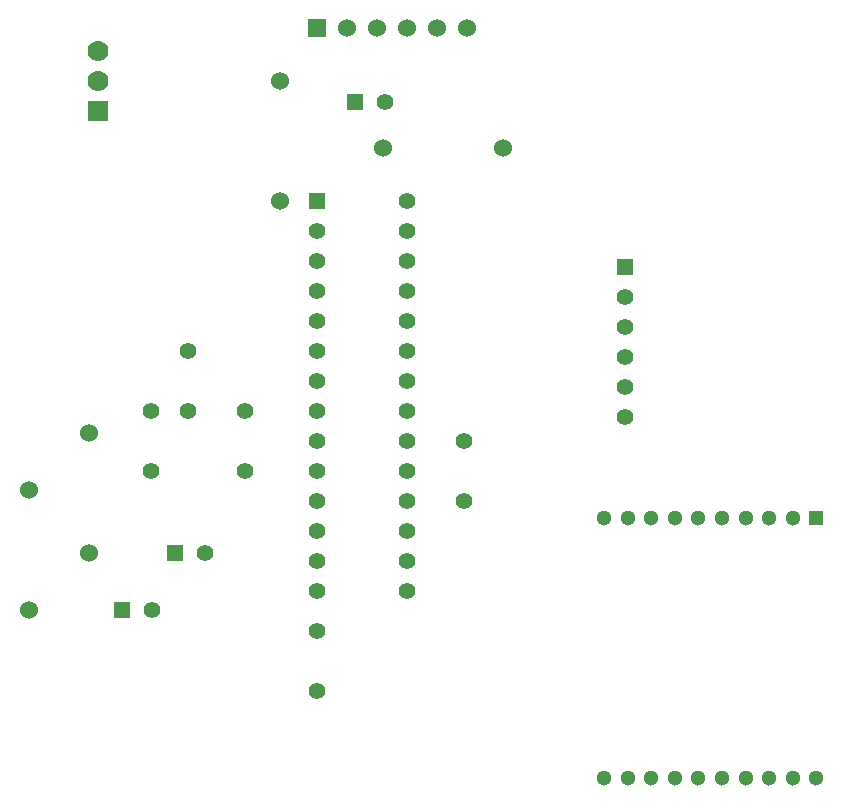
<source format=gtl>
G04 (created by PCBNEW (2013-07-07 BZR 4022)-stable) date 20/11/2014 9:19:33*
%MOIN*%
G04 Gerber Fmt 3.4, Leading zero omitted, Abs format*
%FSLAX34Y34*%
G01*
G70*
G90*
G04 APERTURE LIST*
%ADD10C,0.00590551*%
%ADD11R,0.055X0.055*%
%ADD12C,0.055*%
%ADD13R,0.0511811X0.0511811*%
%ADD14C,0.0511811*%
%ADD15C,0.06*%
%ADD16R,0.06X0.06*%
%ADD17C,0.056*%
%ADD18C,0.07*%
%ADD19R,0.07X0.07*%
G04 APERTURE END LIST*
G54D10*
G54D11*
X70750Y-35250D03*
G54D12*
X70750Y-36250D03*
X70750Y-37250D03*
X70750Y-38250D03*
X70750Y-39250D03*
X70750Y-40250D03*
G54D13*
X77146Y-43638D03*
G54D14*
X77146Y-52300D03*
X76359Y-43638D03*
X76359Y-52300D03*
X75572Y-43638D03*
X75572Y-52300D03*
X74784Y-43638D03*
X74784Y-52300D03*
X73997Y-43638D03*
X73997Y-52300D03*
X73209Y-43638D03*
X73209Y-52300D03*
X72422Y-43638D03*
X72422Y-52300D03*
X71635Y-43638D03*
X71635Y-52300D03*
X70847Y-43638D03*
X70847Y-52300D03*
X70060Y-43638D03*
X70060Y-52300D03*
G54D15*
X59250Y-29050D03*
X59250Y-33050D03*
X66700Y-31300D03*
X62700Y-31300D03*
X50900Y-46700D03*
X50900Y-42700D03*
X52900Y-44800D03*
X52900Y-40800D03*
G54D16*
X60500Y-27300D03*
G54D15*
X61500Y-27300D03*
X62500Y-27300D03*
X63500Y-27300D03*
X64500Y-27300D03*
X65500Y-27300D03*
G54D11*
X54000Y-46700D03*
G54D12*
X55000Y-46700D03*
G54D11*
X55750Y-44800D03*
G54D12*
X56750Y-44800D03*
G54D17*
X58100Y-40050D03*
X58100Y-42050D03*
G54D12*
X60500Y-34050D03*
X60500Y-35050D03*
X60500Y-36050D03*
X60500Y-37050D03*
X60500Y-38050D03*
X60500Y-39050D03*
X60500Y-40050D03*
X60500Y-41050D03*
X60500Y-42050D03*
X60500Y-43050D03*
X60500Y-44050D03*
X60500Y-45050D03*
X60500Y-46050D03*
G54D11*
X60500Y-33050D03*
G54D12*
X63500Y-46050D03*
X63500Y-45050D03*
X63500Y-44050D03*
X63500Y-43050D03*
X63500Y-42050D03*
X63500Y-41050D03*
X63500Y-40050D03*
X63500Y-39050D03*
X63500Y-38050D03*
X63500Y-37050D03*
X63500Y-36050D03*
X63500Y-35050D03*
X63500Y-34050D03*
X63500Y-33050D03*
X54950Y-42050D03*
X54950Y-40050D03*
X56200Y-40050D03*
X56200Y-38050D03*
X60500Y-49400D03*
X60500Y-47400D03*
X65400Y-41050D03*
X65400Y-43050D03*
G54D11*
X61750Y-29750D03*
G54D12*
X62750Y-29750D03*
G54D18*
X53200Y-28050D03*
X53200Y-29050D03*
G54D19*
X53200Y-30050D03*
M02*

</source>
